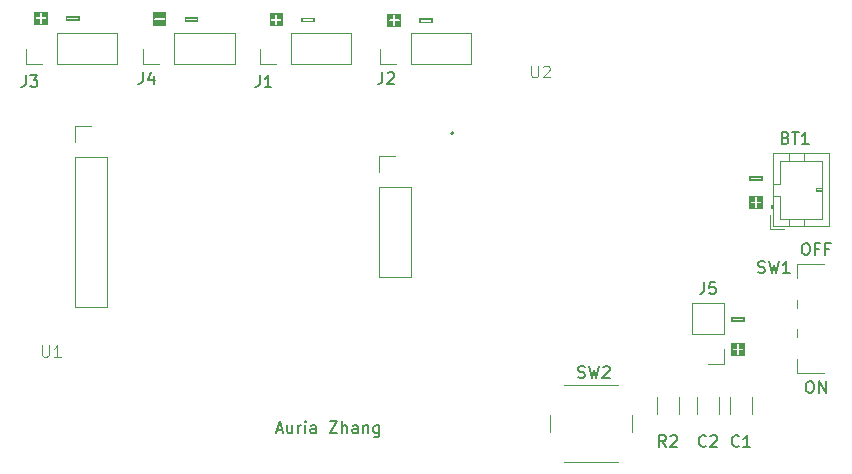
<source format=gbr>
%TF.GenerationSoftware,KiCad,Pcbnew,8.0.8*%
%TF.CreationDate,2025-02-27T22:48:28-08:00*%
%TF.ProjectId,SmartLitterBoxSensor,536d6172-744c-4697-9474-6572426f7853,rev?*%
%TF.SameCoordinates,Original*%
%TF.FileFunction,Legend,Top*%
%TF.FilePolarity,Positive*%
%FSLAX46Y46*%
G04 Gerber Fmt 4.6, Leading zero omitted, Abs format (unit mm)*
G04 Created by KiCad (PCBNEW 8.0.8) date 2025-02-27 22:48:28*
%MOMM*%
%LPD*%
G01*
G04 APERTURE LIST*
%ADD10C,0.150000*%
%ADD11C,0.200000*%
%ADD12C,0.100000*%
%ADD13C,0.120000*%
G04 APERTURE END LIST*
D10*
G36*
X136887423Y-83087889D02*
G01*
X135756178Y-83087889D01*
X135756178Y-82507634D01*
X135867289Y-82507634D01*
X135867289Y-82536898D01*
X135878488Y-82563934D01*
X135899180Y-82584626D01*
X135926216Y-82595825D01*
X135940848Y-82597266D01*
X136246800Y-82597266D01*
X136246800Y-82903219D01*
X136248241Y-82917851D01*
X136259440Y-82944887D01*
X136280132Y-82965579D01*
X136307168Y-82976778D01*
X136336432Y-82976778D01*
X136363468Y-82965579D01*
X136384160Y-82944887D01*
X136395359Y-82917851D01*
X136396800Y-82903219D01*
X136396800Y-82597266D01*
X136702753Y-82597266D01*
X136717385Y-82595825D01*
X136744421Y-82584626D01*
X136765113Y-82563934D01*
X136776312Y-82536898D01*
X136776312Y-82507634D01*
X136765113Y-82480598D01*
X136744421Y-82459906D01*
X136717385Y-82448707D01*
X136702753Y-82447266D01*
X136396800Y-82447266D01*
X136396800Y-82141314D01*
X136395359Y-82126682D01*
X136384160Y-82099646D01*
X136363468Y-82078954D01*
X136336432Y-82067755D01*
X136307168Y-82067755D01*
X136280132Y-82078954D01*
X136259440Y-82099646D01*
X136248241Y-82126682D01*
X136246800Y-82141314D01*
X136246800Y-82447266D01*
X135940848Y-82447266D01*
X135926216Y-82448707D01*
X135899180Y-82459906D01*
X135878488Y-82480598D01*
X135867289Y-82507634D01*
X135756178Y-82507634D01*
X135756178Y-81956644D01*
X136887423Y-81956644D01*
X136887423Y-83087889D01*
G37*
G36*
X169475623Y-82911577D02*
G01*
X168344378Y-82911577D01*
X168344378Y-82710834D01*
X168455489Y-82710834D01*
X168455489Y-82740098D01*
X168466688Y-82767134D01*
X168487380Y-82787826D01*
X168514416Y-82799025D01*
X168529048Y-82800466D01*
X169290953Y-82800466D01*
X169305585Y-82799025D01*
X169332621Y-82787826D01*
X169353313Y-82767134D01*
X169364512Y-82740098D01*
X169364512Y-82710834D01*
X169353313Y-82683798D01*
X169332621Y-82663106D01*
X169305585Y-82651907D01*
X169290953Y-82650466D01*
X168529048Y-82650466D01*
X168514416Y-82651907D01*
X168487380Y-82663106D01*
X168466688Y-82683798D01*
X168455489Y-82710834D01*
X168344378Y-82710834D01*
X168344378Y-82539355D01*
X169475623Y-82539355D01*
X169475623Y-82911577D01*
G37*
X200977619Y-101562819D02*
X201168095Y-101562819D01*
X201168095Y-101562819D02*
X201263333Y-101610438D01*
X201263333Y-101610438D02*
X201358571Y-101705676D01*
X201358571Y-101705676D02*
X201406190Y-101896152D01*
X201406190Y-101896152D02*
X201406190Y-102229485D01*
X201406190Y-102229485D02*
X201358571Y-102419961D01*
X201358571Y-102419961D02*
X201263333Y-102515200D01*
X201263333Y-102515200D02*
X201168095Y-102562819D01*
X201168095Y-102562819D02*
X200977619Y-102562819D01*
X200977619Y-102562819D02*
X200882381Y-102515200D01*
X200882381Y-102515200D02*
X200787143Y-102419961D01*
X200787143Y-102419961D02*
X200739524Y-102229485D01*
X200739524Y-102229485D02*
X200739524Y-101896152D01*
X200739524Y-101896152D02*
X200787143Y-101705676D01*
X200787143Y-101705676D02*
X200882381Y-101610438D01*
X200882381Y-101610438D02*
X200977619Y-101562819D01*
X202168095Y-102039009D02*
X201834762Y-102039009D01*
X201834762Y-102562819D02*
X201834762Y-101562819D01*
X201834762Y-101562819D02*
X202310952Y-101562819D01*
X203025238Y-102039009D02*
X202691905Y-102039009D01*
X202691905Y-102562819D02*
X202691905Y-101562819D01*
X202691905Y-101562819D02*
X203168095Y-101562819D01*
G36*
X149612823Y-82809977D02*
G01*
X148481578Y-82809977D01*
X148481578Y-82609234D01*
X148592689Y-82609234D01*
X148592689Y-82638498D01*
X148603888Y-82665534D01*
X148624580Y-82686226D01*
X148651616Y-82697425D01*
X148666248Y-82698866D01*
X149428153Y-82698866D01*
X149442785Y-82697425D01*
X149469821Y-82686226D01*
X149490513Y-82665534D01*
X149501712Y-82638498D01*
X149501712Y-82609234D01*
X149490513Y-82582198D01*
X149469821Y-82561506D01*
X149442785Y-82550307D01*
X149428153Y-82548866D01*
X148666248Y-82548866D01*
X148651616Y-82550307D01*
X148624580Y-82561506D01*
X148603888Y-82582198D01*
X148592689Y-82609234D01*
X148481578Y-82609234D01*
X148481578Y-82437755D01*
X149612823Y-82437755D01*
X149612823Y-82809977D01*
G37*
G36*
X156801023Y-83214889D02*
G01*
X155669778Y-83214889D01*
X155669778Y-82634634D01*
X155780889Y-82634634D01*
X155780889Y-82663898D01*
X155792088Y-82690934D01*
X155812780Y-82711626D01*
X155839816Y-82722825D01*
X155854448Y-82724266D01*
X156160400Y-82724266D01*
X156160400Y-83030219D01*
X156161841Y-83044851D01*
X156173040Y-83071887D01*
X156193732Y-83092579D01*
X156220768Y-83103778D01*
X156250032Y-83103778D01*
X156277068Y-83092579D01*
X156297760Y-83071887D01*
X156308959Y-83044851D01*
X156310400Y-83030219D01*
X156310400Y-82724266D01*
X156616353Y-82724266D01*
X156630985Y-82722825D01*
X156658021Y-82711626D01*
X156678713Y-82690934D01*
X156689912Y-82663898D01*
X156689912Y-82634634D01*
X156678713Y-82607598D01*
X156658021Y-82586906D01*
X156630985Y-82575707D01*
X156616353Y-82574266D01*
X156310400Y-82574266D01*
X156310400Y-82268314D01*
X156308959Y-82253682D01*
X156297760Y-82226646D01*
X156277068Y-82205954D01*
X156250032Y-82194755D01*
X156220768Y-82194755D01*
X156193732Y-82205954D01*
X156173040Y-82226646D01*
X156161841Y-82253682D01*
X156160400Y-82268314D01*
X156160400Y-82574266D01*
X155854448Y-82574266D01*
X155839816Y-82575707D01*
X155812780Y-82586906D01*
X155792088Y-82607598D01*
X155780889Y-82634634D01*
X155669778Y-82634634D01*
X155669778Y-82083644D01*
X156801023Y-82083644D01*
X156801023Y-83214889D01*
G37*
G36*
X197415623Y-98683489D02*
G01*
X196284378Y-98683489D01*
X196284378Y-98103234D01*
X196395489Y-98103234D01*
X196395489Y-98132498D01*
X196406688Y-98159534D01*
X196427380Y-98180226D01*
X196454416Y-98191425D01*
X196469048Y-98192866D01*
X196775000Y-98192866D01*
X196775000Y-98498819D01*
X196776441Y-98513451D01*
X196787640Y-98540487D01*
X196808332Y-98561179D01*
X196835368Y-98572378D01*
X196864632Y-98572378D01*
X196891668Y-98561179D01*
X196912360Y-98540487D01*
X196923559Y-98513451D01*
X196925000Y-98498819D01*
X196925000Y-98192866D01*
X197230953Y-98192866D01*
X197245585Y-98191425D01*
X197272621Y-98180226D01*
X197293313Y-98159534D01*
X197304512Y-98132498D01*
X197304512Y-98103234D01*
X197293313Y-98076198D01*
X197272621Y-98055506D01*
X197245585Y-98044307D01*
X197230953Y-98042866D01*
X196925000Y-98042866D01*
X196925000Y-97736914D01*
X196923559Y-97722282D01*
X196912360Y-97695246D01*
X196891668Y-97674554D01*
X196864632Y-97663355D01*
X196835368Y-97663355D01*
X196808332Y-97674554D01*
X196787640Y-97695246D01*
X196776441Y-97722282D01*
X196775000Y-97736914D01*
X196775000Y-98042866D01*
X196469048Y-98042866D01*
X196454416Y-98044307D01*
X196427380Y-98055506D01*
X196406688Y-98076198D01*
X196395489Y-98103234D01*
X196284378Y-98103234D01*
X196284378Y-97552244D01*
X197415623Y-97552244D01*
X197415623Y-98683489D01*
G37*
G36*
X195891623Y-111129489D02*
G01*
X194760378Y-111129489D01*
X194760378Y-110549234D01*
X194871489Y-110549234D01*
X194871489Y-110578498D01*
X194882688Y-110605534D01*
X194903380Y-110626226D01*
X194930416Y-110637425D01*
X194945048Y-110638866D01*
X195251000Y-110638866D01*
X195251000Y-110944819D01*
X195252441Y-110959451D01*
X195263640Y-110986487D01*
X195284332Y-111007179D01*
X195311368Y-111018378D01*
X195340632Y-111018378D01*
X195367668Y-111007179D01*
X195388360Y-110986487D01*
X195399559Y-110959451D01*
X195401000Y-110944819D01*
X195401000Y-110638866D01*
X195706953Y-110638866D01*
X195721585Y-110637425D01*
X195748621Y-110626226D01*
X195769313Y-110605534D01*
X195780512Y-110578498D01*
X195780512Y-110549234D01*
X195769313Y-110522198D01*
X195748621Y-110501506D01*
X195721585Y-110490307D01*
X195706953Y-110488866D01*
X195401000Y-110488866D01*
X195401000Y-110182914D01*
X195399559Y-110168282D01*
X195388360Y-110141246D01*
X195367668Y-110120554D01*
X195340632Y-110109355D01*
X195311368Y-110109355D01*
X195284332Y-110120554D01*
X195263640Y-110141246D01*
X195252441Y-110168282D01*
X195251000Y-110182914D01*
X195251000Y-110488866D01*
X194945048Y-110488866D01*
X194930416Y-110490307D01*
X194903380Y-110501506D01*
X194882688Y-110522198D01*
X194871489Y-110549234D01*
X194760378Y-110549234D01*
X194760378Y-109998244D01*
X195891623Y-109998244D01*
X195891623Y-111129489D01*
G37*
X201310952Y-113246819D02*
X201501428Y-113246819D01*
X201501428Y-113246819D02*
X201596666Y-113294438D01*
X201596666Y-113294438D02*
X201691904Y-113389676D01*
X201691904Y-113389676D02*
X201739523Y-113580152D01*
X201739523Y-113580152D02*
X201739523Y-113913485D01*
X201739523Y-113913485D02*
X201691904Y-114103961D01*
X201691904Y-114103961D02*
X201596666Y-114199200D01*
X201596666Y-114199200D02*
X201501428Y-114246819D01*
X201501428Y-114246819D02*
X201310952Y-114246819D01*
X201310952Y-114246819D02*
X201215714Y-114199200D01*
X201215714Y-114199200D02*
X201120476Y-114103961D01*
X201120476Y-114103961D02*
X201072857Y-113913485D01*
X201072857Y-113913485D02*
X201072857Y-113580152D01*
X201072857Y-113580152D02*
X201120476Y-113389676D01*
X201120476Y-113389676D02*
X201215714Y-113294438D01*
X201215714Y-113294438D02*
X201310952Y-113246819D01*
X202168095Y-114246819D02*
X202168095Y-113246819D01*
X202168095Y-113246819D02*
X202739523Y-114246819D01*
X202739523Y-114246819D02*
X202739523Y-113246819D01*
G36*
X195891623Y-108209977D02*
G01*
X194760378Y-108209977D01*
X194760378Y-108009234D01*
X194871489Y-108009234D01*
X194871489Y-108038498D01*
X194882688Y-108065534D01*
X194903380Y-108086226D01*
X194930416Y-108097425D01*
X194945048Y-108098866D01*
X195706953Y-108098866D01*
X195721585Y-108097425D01*
X195748621Y-108086226D01*
X195769313Y-108065534D01*
X195780512Y-108038498D01*
X195780512Y-108009234D01*
X195769313Y-107982198D01*
X195748621Y-107961506D01*
X195721585Y-107950307D01*
X195706953Y-107948866D01*
X194945048Y-107948866D01*
X194930416Y-107950307D01*
X194903380Y-107961506D01*
X194882688Y-107982198D01*
X194871489Y-108009234D01*
X194760378Y-108009234D01*
X194760378Y-107837755D01*
X195891623Y-107837755D01*
X195891623Y-108209977D01*
G37*
G36*
X139579823Y-82733777D02*
G01*
X138448578Y-82733777D01*
X138448578Y-82533034D01*
X138559689Y-82533034D01*
X138559689Y-82562298D01*
X138570888Y-82589334D01*
X138591580Y-82610026D01*
X138618616Y-82621225D01*
X138633248Y-82622666D01*
X139395153Y-82622666D01*
X139409785Y-82621225D01*
X139436821Y-82610026D01*
X139457513Y-82589334D01*
X139468712Y-82562298D01*
X139468712Y-82533034D01*
X139457513Y-82505998D01*
X139436821Y-82485306D01*
X139409785Y-82474107D01*
X139395153Y-82472666D01*
X138633248Y-82472666D01*
X138618616Y-82474107D01*
X138591580Y-82485306D01*
X138570888Y-82505998D01*
X138559689Y-82533034D01*
X138448578Y-82533034D01*
X138448578Y-82361555D01*
X139579823Y-82361555D01*
X139579823Y-82733777D01*
G37*
G36*
X159493423Y-82860777D02*
G01*
X158362178Y-82860777D01*
X158362178Y-82660034D01*
X158473289Y-82660034D01*
X158473289Y-82689298D01*
X158484488Y-82716334D01*
X158505180Y-82737026D01*
X158532216Y-82748225D01*
X158546848Y-82749666D01*
X159308753Y-82749666D01*
X159323385Y-82748225D01*
X159350421Y-82737026D01*
X159371113Y-82716334D01*
X159382312Y-82689298D01*
X159382312Y-82660034D01*
X159371113Y-82632998D01*
X159350421Y-82612306D01*
X159323385Y-82601107D01*
X159308753Y-82599666D01*
X158546848Y-82599666D01*
X158532216Y-82601107D01*
X158505180Y-82612306D01*
X158484488Y-82632998D01*
X158473289Y-82660034D01*
X158362178Y-82660034D01*
X158362178Y-82488555D01*
X159493423Y-82488555D01*
X159493423Y-82860777D01*
G37*
G36*
X166783223Y-83265689D02*
G01*
X165651978Y-83265689D01*
X165651978Y-82685434D01*
X165763089Y-82685434D01*
X165763089Y-82714698D01*
X165774288Y-82741734D01*
X165794980Y-82762426D01*
X165822016Y-82773625D01*
X165836648Y-82775066D01*
X166142600Y-82775066D01*
X166142600Y-83081019D01*
X166144041Y-83095651D01*
X166155240Y-83122687D01*
X166175932Y-83143379D01*
X166202968Y-83154578D01*
X166232232Y-83154578D01*
X166259268Y-83143379D01*
X166279960Y-83122687D01*
X166291159Y-83095651D01*
X166292600Y-83081019D01*
X166292600Y-82775066D01*
X166598553Y-82775066D01*
X166613185Y-82773625D01*
X166640221Y-82762426D01*
X166660913Y-82741734D01*
X166672112Y-82714698D01*
X166672112Y-82685434D01*
X166660913Y-82658398D01*
X166640221Y-82637706D01*
X166613185Y-82626507D01*
X166598553Y-82625066D01*
X166292600Y-82625066D01*
X166292600Y-82319114D01*
X166291159Y-82304482D01*
X166279960Y-82277446D01*
X166259268Y-82256754D01*
X166232232Y-82245555D01*
X166202968Y-82245555D01*
X166175932Y-82256754D01*
X166155240Y-82277446D01*
X166144041Y-82304482D01*
X166142600Y-82319114D01*
X166142600Y-82625066D01*
X165836648Y-82625066D01*
X165822016Y-82626507D01*
X165794980Y-82637706D01*
X165774288Y-82658398D01*
X165763089Y-82685434D01*
X165651978Y-82685434D01*
X165651978Y-82134444D01*
X166783223Y-82134444D01*
X166783223Y-83265689D01*
G37*
D11*
X156272457Y-117362104D02*
X156748647Y-117362104D01*
X156177219Y-117647819D02*
X156510552Y-116647819D01*
X156510552Y-116647819D02*
X156843885Y-117647819D01*
X157605790Y-116981152D02*
X157605790Y-117647819D01*
X157177219Y-116981152D02*
X157177219Y-117504961D01*
X157177219Y-117504961D02*
X157224838Y-117600200D01*
X157224838Y-117600200D02*
X157320076Y-117647819D01*
X157320076Y-117647819D02*
X157462933Y-117647819D01*
X157462933Y-117647819D02*
X157558171Y-117600200D01*
X157558171Y-117600200D02*
X157605790Y-117552580D01*
X158081981Y-117647819D02*
X158081981Y-116981152D01*
X158081981Y-117171628D02*
X158129600Y-117076390D01*
X158129600Y-117076390D02*
X158177219Y-117028771D01*
X158177219Y-117028771D02*
X158272457Y-116981152D01*
X158272457Y-116981152D02*
X158367695Y-116981152D01*
X158701029Y-117647819D02*
X158701029Y-116981152D01*
X158701029Y-116647819D02*
X158653410Y-116695438D01*
X158653410Y-116695438D02*
X158701029Y-116743057D01*
X158701029Y-116743057D02*
X158748648Y-116695438D01*
X158748648Y-116695438D02*
X158701029Y-116647819D01*
X158701029Y-116647819D02*
X158701029Y-116743057D01*
X159605790Y-117647819D02*
X159605790Y-117124009D01*
X159605790Y-117124009D02*
X159558171Y-117028771D01*
X159558171Y-117028771D02*
X159462933Y-116981152D01*
X159462933Y-116981152D02*
X159272457Y-116981152D01*
X159272457Y-116981152D02*
X159177219Y-117028771D01*
X159605790Y-117600200D02*
X159510552Y-117647819D01*
X159510552Y-117647819D02*
X159272457Y-117647819D01*
X159272457Y-117647819D02*
X159177219Y-117600200D01*
X159177219Y-117600200D02*
X159129600Y-117504961D01*
X159129600Y-117504961D02*
X159129600Y-117409723D01*
X159129600Y-117409723D02*
X159177219Y-117314485D01*
X159177219Y-117314485D02*
X159272457Y-117266866D01*
X159272457Y-117266866D02*
X159510552Y-117266866D01*
X159510552Y-117266866D02*
X159605790Y-117219247D01*
X160748648Y-116647819D02*
X161415314Y-116647819D01*
X161415314Y-116647819D02*
X160748648Y-117647819D01*
X160748648Y-117647819D02*
X161415314Y-117647819D01*
X161796267Y-117647819D02*
X161796267Y-116647819D01*
X162224838Y-117647819D02*
X162224838Y-117124009D01*
X162224838Y-117124009D02*
X162177219Y-117028771D01*
X162177219Y-117028771D02*
X162081981Y-116981152D01*
X162081981Y-116981152D02*
X161939124Y-116981152D01*
X161939124Y-116981152D02*
X161843886Y-117028771D01*
X161843886Y-117028771D02*
X161796267Y-117076390D01*
X163129600Y-117647819D02*
X163129600Y-117124009D01*
X163129600Y-117124009D02*
X163081981Y-117028771D01*
X163081981Y-117028771D02*
X162986743Y-116981152D01*
X162986743Y-116981152D02*
X162796267Y-116981152D01*
X162796267Y-116981152D02*
X162701029Y-117028771D01*
X163129600Y-117600200D02*
X163034362Y-117647819D01*
X163034362Y-117647819D02*
X162796267Y-117647819D01*
X162796267Y-117647819D02*
X162701029Y-117600200D01*
X162701029Y-117600200D02*
X162653410Y-117504961D01*
X162653410Y-117504961D02*
X162653410Y-117409723D01*
X162653410Y-117409723D02*
X162701029Y-117314485D01*
X162701029Y-117314485D02*
X162796267Y-117266866D01*
X162796267Y-117266866D02*
X163034362Y-117266866D01*
X163034362Y-117266866D02*
X163129600Y-117219247D01*
X163605791Y-116981152D02*
X163605791Y-117647819D01*
X163605791Y-117076390D02*
X163653410Y-117028771D01*
X163653410Y-117028771D02*
X163748648Y-116981152D01*
X163748648Y-116981152D02*
X163891505Y-116981152D01*
X163891505Y-116981152D02*
X163986743Y-117028771D01*
X163986743Y-117028771D02*
X164034362Y-117124009D01*
X164034362Y-117124009D02*
X164034362Y-117647819D01*
X164939124Y-116981152D02*
X164939124Y-117790676D01*
X164939124Y-117790676D02*
X164891505Y-117885914D01*
X164891505Y-117885914D02*
X164843886Y-117933533D01*
X164843886Y-117933533D02*
X164748648Y-117981152D01*
X164748648Y-117981152D02*
X164605791Y-117981152D01*
X164605791Y-117981152D02*
X164510553Y-117933533D01*
X164939124Y-117600200D02*
X164843886Y-117647819D01*
X164843886Y-117647819D02*
X164653410Y-117647819D01*
X164653410Y-117647819D02*
X164558172Y-117600200D01*
X164558172Y-117600200D02*
X164510553Y-117552580D01*
X164510553Y-117552580D02*
X164462934Y-117457342D01*
X164462934Y-117457342D02*
X164462934Y-117171628D01*
X164462934Y-117171628D02*
X164510553Y-117076390D01*
X164510553Y-117076390D02*
X164558172Y-117028771D01*
X164558172Y-117028771D02*
X164653410Y-116981152D01*
X164653410Y-116981152D02*
X164843886Y-116981152D01*
X164843886Y-116981152D02*
X164939124Y-117028771D01*
D10*
G36*
X146920423Y-83164089D02*
G01*
X145789178Y-83164089D01*
X145789178Y-82583834D01*
X145900289Y-82583834D01*
X145900289Y-82613098D01*
X145911488Y-82640134D01*
X145932180Y-82660826D01*
X145959216Y-82672025D01*
X145973848Y-82673466D01*
X146279800Y-82673466D01*
X146279800Y-82979419D01*
X146281241Y-82994051D01*
X146292440Y-83021087D01*
X146313132Y-83041779D01*
X146340168Y-83052978D01*
X146369432Y-83052978D01*
X146396468Y-83041779D01*
X146417160Y-83021087D01*
X146428359Y-82994051D01*
X146429800Y-82979419D01*
X146429800Y-82673466D01*
X146735753Y-82673466D01*
X146750385Y-82672025D01*
X146777421Y-82660826D01*
X146798113Y-82640134D01*
X146809312Y-82613098D01*
X146809312Y-82583834D01*
X146798113Y-82556798D01*
X146777421Y-82536106D01*
X146750385Y-82524907D01*
X146735753Y-82523466D01*
X146429800Y-82523466D01*
X146429800Y-82217514D01*
X146428359Y-82202882D01*
X146417160Y-82175846D01*
X146396468Y-82155154D01*
X146369432Y-82143955D01*
X146340168Y-82143955D01*
X146313132Y-82155154D01*
X146292440Y-82175846D01*
X146281241Y-82202882D01*
X146279800Y-82217514D01*
X146279800Y-82523466D01*
X145973848Y-82523466D01*
X145959216Y-82524907D01*
X145932180Y-82536106D01*
X145911488Y-82556798D01*
X145900289Y-82583834D01*
X145789178Y-82583834D01*
X145789178Y-82032844D01*
X146920423Y-82032844D01*
X146920423Y-83164089D01*
G37*
G36*
X197415623Y-96271977D02*
G01*
X196284378Y-96271977D01*
X196284378Y-96071234D01*
X196395489Y-96071234D01*
X196395489Y-96100498D01*
X196406688Y-96127534D01*
X196427380Y-96148226D01*
X196454416Y-96159425D01*
X196469048Y-96160866D01*
X197230953Y-96160866D01*
X197245585Y-96159425D01*
X197272621Y-96148226D01*
X197293313Y-96127534D01*
X197304512Y-96100498D01*
X197304512Y-96071234D01*
X197293313Y-96044198D01*
X197272621Y-96023506D01*
X197245585Y-96012307D01*
X197230953Y-96010866D01*
X196469048Y-96010866D01*
X196454416Y-96012307D01*
X196427380Y-96023506D01*
X196406688Y-96044198D01*
X196395489Y-96071234D01*
X196284378Y-96071234D01*
X196284378Y-95899755D01*
X197415623Y-95899755D01*
X197415623Y-96271977D01*
G37*
X197040667Y-104039200D02*
X197183524Y-104086819D01*
X197183524Y-104086819D02*
X197421619Y-104086819D01*
X197421619Y-104086819D02*
X197516857Y-104039200D01*
X197516857Y-104039200D02*
X197564476Y-103991580D01*
X197564476Y-103991580D02*
X197612095Y-103896342D01*
X197612095Y-103896342D02*
X197612095Y-103801104D01*
X197612095Y-103801104D02*
X197564476Y-103705866D01*
X197564476Y-103705866D02*
X197516857Y-103658247D01*
X197516857Y-103658247D02*
X197421619Y-103610628D01*
X197421619Y-103610628D02*
X197231143Y-103563009D01*
X197231143Y-103563009D02*
X197135905Y-103515390D01*
X197135905Y-103515390D02*
X197088286Y-103467771D01*
X197088286Y-103467771D02*
X197040667Y-103372533D01*
X197040667Y-103372533D02*
X197040667Y-103277295D01*
X197040667Y-103277295D02*
X197088286Y-103182057D01*
X197088286Y-103182057D02*
X197135905Y-103134438D01*
X197135905Y-103134438D02*
X197231143Y-103086819D01*
X197231143Y-103086819D02*
X197469238Y-103086819D01*
X197469238Y-103086819D02*
X197612095Y-103134438D01*
X197945429Y-103086819D02*
X198183524Y-104086819D01*
X198183524Y-104086819D02*
X198374000Y-103372533D01*
X198374000Y-103372533D02*
X198564476Y-104086819D01*
X198564476Y-104086819D02*
X198802572Y-103086819D01*
X199707333Y-104086819D02*
X199135905Y-104086819D01*
X199421619Y-104086819D02*
X199421619Y-103086819D01*
X199421619Y-103086819D02*
X199326381Y-103229676D01*
X199326381Y-103229676D02*
X199231143Y-103324914D01*
X199231143Y-103324914D02*
X199135905Y-103372533D01*
X192619333Y-118723580D02*
X192571714Y-118771200D01*
X192571714Y-118771200D02*
X192428857Y-118818819D01*
X192428857Y-118818819D02*
X192333619Y-118818819D01*
X192333619Y-118818819D02*
X192190762Y-118771200D01*
X192190762Y-118771200D02*
X192095524Y-118675961D01*
X192095524Y-118675961D02*
X192047905Y-118580723D01*
X192047905Y-118580723D02*
X192000286Y-118390247D01*
X192000286Y-118390247D02*
X192000286Y-118247390D01*
X192000286Y-118247390D02*
X192047905Y-118056914D01*
X192047905Y-118056914D02*
X192095524Y-117961676D01*
X192095524Y-117961676D02*
X192190762Y-117866438D01*
X192190762Y-117866438D02*
X192333619Y-117818819D01*
X192333619Y-117818819D02*
X192428857Y-117818819D01*
X192428857Y-117818819D02*
X192571714Y-117866438D01*
X192571714Y-117866438D02*
X192619333Y-117914057D01*
X193000286Y-117914057D02*
X193047905Y-117866438D01*
X193047905Y-117866438D02*
X193143143Y-117818819D01*
X193143143Y-117818819D02*
X193381238Y-117818819D01*
X193381238Y-117818819D02*
X193476476Y-117866438D01*
X193476476Y-117866438D02*
X193524095Y-117914057D01*
X193524095Y-117914057D02*
X193571714Y-118009295D01*
X193571714Y-118009295D02*
X193571714Y-118104533D01*
X193571714Y-118104533D02*
X193524095Y-118247390D01*
X193524095Y-118247390D02*
X192952667Y-118818819D01*
X192952667Y-118818819D02*
X193571714Y-118818819D01*
D12*
X177832095Y-86533419D02*
X177832095Y-87342942D01*
X177832095Y-87342942D02*
X177879714Y-87438180D01*
X177879714Y-87438180D02*
X177927333Y-87485800D01*
X177927333Y-87485800D02*
X178022571Y-87533419D01*
X178022571Y-87533419D02*
X178213047Y-87533419D01*
X178213047Y-87533419D02*
X178308285Y-87485800D01*
X178308285Y-87485800D02*
X178355904Y-87438180D01*
X178355904Y-87438180D02*
X178403523Y-87342942D01*
X178403523Y-87342942D02*
X178403523Y-86533419D01*
X178832095Y-86628657D02*
X178879714Y-86581038D01*
X178879714Y-86581038D02*
X178974952Y-86533419D01*
X178974952Y-86533419D02*
X179213047Y-86533419D01*
X179213047Y-86533419D02*
X179308285Y-86581038D01*
X179308285Y-86581038D02*
X179355904Y-86628657D01*
X179355904Y-86628657D02*
X179403523Y-86723895D01*
X179403523Y-86723895D02*
X179403523Y-86819133D01*
X179403523Y-86819133D02*
X179355904Y-86961990D01*
X179355904Y-86961990D02*
X178784476Y-87533419D01*
X178784476Y-87533419D02*
X179403523Y-87533419D01*
D10*
X144939666Y-87084819D02*
X144939666Y-87799104D01*
X144939666Y-87799104D02*
X144892047Y-87941961D01*
X144892047Y-87941961D02*
X144796809Y-88037200D01*
X144796809Y-88037200D02*
X144653952Y-88084819D01*
X144653952Y-88084819D02*
X144558714Y-88084819D01*
X145844428Y-87418152D02*
X145844428Y-88084819D01*
X145606333Y-87037200D02*
X145368238Y-87751485D01*
X145368238Y-87751485D02*
X145987285Y-87751485D01*
X181800667Y-112929200D02*
X181943524Y-112976819D01*
X181943524Y-112976819D02*
X182181619Y-112976819D01*
X182181619Y-112976819D02*
X182276857Y-112929200D01*
X182276857Y-112929200D02*
X182324476Y-112881580D01*
X182324476Y-112881580D02*
X182372095Y-112786342D01*
X182372095Y-112786342D02*
X182372095Y-112691104D01*
X182372095Y-112691104D02*
X182324476Y-112595866D01*
X182324476Y-112595866D02*
X182276857Y-112548247D01*
X182276857Y-112548247D02*
X182181619Y-112500628D01*
X182181619Y-112500628D02*
X181991143Y-112453009D01*
X181991143Y-112453009D02*
X181895905Y-112405390D01*
X181895905Y-112405390D02*
X181848286Y-112357771D01*
X181848286Y-112357771D02*
X181800667Y-112262533D01*
X181800667Y-112262533D02*
X181800667Y-112167295D01*
X181800667Y-112167295D02*
X181848286Y-112072057D01*
X181848286Y-112072057D02*
X181895905Y-112024438D01*
X181895905Y-112024438D02*
X181991143Y-111976819D01*
X181991143Y-111976819D02*
X182229238Y-111976819D01*
X182229238Y-111976819D02*
X182372095Y-112024438D01*
X182705429Y-111976819D02*
X182943524Y-112976819D01*
X182943524Y-112976819D02*
X183134000Y-112262533D01*
X183134000Y-112262533D02*
X183324476Y-112976819D01*
X183324476Y-112976819D02*
X183562572Y-111976819D01*
X183895905Y-112072057D02*
X183943524Y-112024438D01*
X183943524Y-112024438D02*
X184038762Y-111976819D01*
X184038762Y-111976819D02*
X184276857Y-111976819D01*
X184276857Y-111976819D02*
X184372095Y-112024438D01*
X184372095Y-112024438D02*
X184419714Y-112072057D01*
X184419714Y-112072057D02*
X184467333Y-112167295D01*
X184467333Y-112167295D02*
X184467333Y-112262533D01*
X184467333Y-112262533D02*
X184419714Y-112405390D01*
X184419714Y-112405390D02*
X183848286Y-112976819D01*
X183848286Y-112976819D02*
X184467333Y-112976819D01*
X154830666Y-87338819D02*
X154830666Y-88053104D01*
X154830666Y-88053104D02*
X154783047Y-88195961D01*
X154783047Y-88195961D02*
X154687809Y-88291200D01*
X154687809Y-88291200D02*
X154544952Y-88338819D01*
X154544952Y-88338819D02*
X154449714Y-88338819D01*
X155830666Y-88338819D02*
X155259238Y-88338819D01*
X155544952Y-88338819D02*
X155544952Y-87338819D01*
X155544952Y-87338819D02*
X155449714Y-87481676D01*
X155449714Y-87481676D02*
X155354476Y-87576914D01*
X155354476Y-87576914D02*
X155259238Y-87624533D01*
X135018666Y-87338819D02*
X135018666Y-88053104D01*
X135018666Y-88053104D02*
X134971047Y-88195961D01*
X134971047Y-88195961D02*
X134875809Y-88291200D01*
X134875809Y-88291200D02*
X134732952Y-88338819D01*
X134732952Y-88338819D02*
X134637714Y-88338819D01*
X135399619Y-87338819D02*
X136018666Y-87338819D01*
X136018666Y-87338819D02*
X135685333Y-87719771D01*
X135685333Y-87719771D02*
X135828190Y-87719771D01*
X135828190Y-87719771D02*
X135923428Y-87767390D01*
X135923428Y-87767390D02*
X135971047Y-87815009D01*
X135971047Y-87815009D02*
X136018666Y-87910247D01*
X136018666Y-87910247D02*
X136018666Y-88148342D01*
X136018666Y-88148342D02*
X135971047Y-88243580D01*
X135971047Y-88243580D02*
X135923428Y-88291200D01*
X135923428Y-88291200D02*
X135828190Y-88338819D01*
X135828190Y-88338819D02*
X135542476Y-88338819D01*
X135542476Y-88338819D02*
X135447238Y-88291200D01*
X135447238Y-88291200D02*
X135399619Y-88243580D01*
X199366285Y-92641009D02*
X199509142Y-92688628D01*
X199509142Y-92688628D02*
X199556761Y-92736247D01*
X199556761Y-92736247D02*
X199604380Y-92831485D01*
X199604380Y-92831485D02*
X199604380Y-92974342D01*
X199604380Y-92974342D02*
X199556761Y-93069580D01*
X199556761Y-93069580D02*
X199509142Y-93117200D01*
X199509142Y-93117200D02*
X199413904Y-93164819D01*
X199413904Y-93164819D02*
X199032952Y-93164819D01*
X199032952Y-93164819D02*
X199032952Y-92164819D01*
X199032952Y-92164819D02*
X199366285Y-92164819D01*
X199366285Y-92164819D02*
X199461523Y-92212438D01*
X199461523Y-92212438D02*
X199509142Y-92260057D01*
X199509142Y-92260057D02*
X199556761Y-92355295D01*
X199556761Y-92355295D02*
X199556761Y-92450533D01*
X199556761Y-92450533D02*
X199509142Y-92545771D01*
X199509142Y-92545771D02*
X199461523Y-92593390D01*
X199461523Y-92593390D02*
X199366285Y-92641009D01*
X199366285Y-92641009D02*
X199032952Y-92641009D01*
X199890095Y-92164819D02*
X200461523Y-92164819D01*
X200175809Y-93164819D02*
X200175809Y-92164819D01*
X201318666Y-93164819D02*
X200747238Y-93164819D01*
X201032952Y-93164819D02*
X201032952Y-92164819D01*
X201032952Y-92164819D02*
X200937714Y-92307676D01*
X200937714Y-92307676D02*
X200842476Y-92402914D01*
X200842476Y-92402914D02*
X200747238Y-92450533D01*
X192452666Y-104864819D02*
X192452666Y-105579104D01*
X192452666Y-105579104D02*
X192405047Y-105721961D01*
X192405047Y-105721961D02*
X192309809Y-105817200D01*
X192309809Y-105817200D02*
X192166952Y-105864819D01*
X192166952Y-105864819D02*
X192071714Y-105864819D01*
X193405047Y-104864819D02*
X192928857Y-104864819D01*
X192928857Y-104864819D02*
X192881238Y-105341009D01*
X192881238Y-105341009D02*
X192928857Y-105293390D01*
X192928857Y-105293390D02*
X193024095Y-105245771D01*
X193024095Y-105245771D02*
X193262190Y-105245771D01*
X193262190Y-105245771D02*
X193357428Y-105293390D01*
X193357428Y-105293390D02*
X193405047Y-105341009D01*
X193405047Y-105341009D02*
X193452666Y-105436247D01*
X193452666Y-105436247D02*
X193452666Y-105674342D01*
X193452666Y-105674342D02*
X193405047Y-105769580D01*
X193405047Y-105769580D02*
X193357428Y-105817200D01*
X193357428Y-105817200D02*
X193262190Y-105864819D01*
X193262190Y-105864819D02*
X193024095Y-105864819D01*
X193024095Y-105864819D02*
X192928857Y-105817200D01*
X192928857Y-105817200D02*
X192881238Y-105769580D01*
X189224333Y-118818819D02*
X188891000Y-118342628D01*
X188652905Y-118818819D02*
X188652905Y-117818819D01*
X188652905Y-117818819D02*
X189033857Y-117818819D01*
X189033857Y-117818819D02*
X189129095Y-117866438D01*
X189129095Y-117866438D02*
X189176714Y-117914057D01*
X189176714Y-117914057D02*
X189224333Y-118009295D01*
X189224333Y-118009295D02*
X189224333Y-118152152D01*
X189224333Y-118152152D02*
X189176714Y-118247390D01*
X189176714Y-118247390D02*
X189129095Y-118295009D01*
X189129095Y-118295009D02*
X189033857Y-118342628D01*
X189033857Y-118342628D02*
X188652905Y-118342628D01*
X189605286Y-117914057D02*
X189652905Y-117866438D01*
X189652905Y-117866438D02*
X189748143Y-117818819D01*
X189748143Y-117818819D02*
X189986238Y-117818819D01*
X189986238Y-117818819D02*
X190081476Y-117866438D01*
X190081476Y-117866438D02*
X190129095Y-117914057D01*
X190129095Y-117914057D02*
X190176714Y-118009295D01*
X190176714Y-118009295D02*
X190176714Y-118104533D01*
X190176714Y-118104533D02*
X190129095Y-118247390D01*
X190129095Y-118247390D02*
X189557667Y-118818819D01*
X189557667Y-118818819D02*
X190176714Y-118818819D01*
X165229666Y-87084819D02*
X165229666Y-87799104D01*
X165229666Y-87799104D02*
X165182047Y-87941961D01*
X165182047Y-87941961D02*
X165086809Y-88037200D01*
X165086809Y-88037200D02*
X164943952Y-88084819D01*
X164943952Y-88084819D02*
X164848714Y-88084819D01*
X165658238Y-87180057D02*
X165705857Y-87132438D01*
X165705857Y-87132438D02*
X165801095Y-87084819D01*
X165801095Y-87084819D02*
X166039190Y-87084819D01*
X166039190Y-87084819D02*
X166134428Y-87132438D01*
X166134428Y-87132438D02*
X166182047Y-87180057D01*
X166182047Y-87180057D02*
X166229666Y-87275295D01*
X166229666Y-87275295D02*
X166229666Y-87370533D01*
X166229666Y-87370533D02*
X166182047Y-87513390D01*
X166182047Y-87513390D02*
X165610619Y-88084819D01*
X165610619Y-88084819D02*
X166229666Y-88084819D01*
D12*
X136398095Y-110201419D02*
X136398095Y-111010942D01*
X136398095Y-111010942D02*
X136445714Y-111106180D01*
X136445714Y-111106180D02*
X136493333Y-111153800D01*
X136493333Y-111153800D02*
X136588571Y-111201419D01*
X136588571Y-111201419D02*
X136779047Y-111201419D01*
X136779047Y-111201419D02*
X136874285Y-111153800D01*
X136874285Y-111153800D02*
X136921904Y-111106180D01*
X136921904Y-111106180D02*
X136969523Y-111010942D01*
X136969523Y-111010942D02*
X136969523Y-110201419D01*
X137969523Y-111201419D02*
X137398095Y-111201419D01*
X137683809Y-111201419D02*
X137683809Y-110201419D01*
X137683809Y-110201419D02*
X137588571Y-110344276D01*
X137588571Y-110344276D02*
X137493333Y-110439514D01*
X137493333Y-110439514D02*
X137398095Y-110487133D01*
D10*
X195413333Y-118723580D02*
X195365714Y-118771200D01*
X195365714Y-118771200D02*
X195222857Y-118818819D01*
X195222857Y-118818819D02*
X195127619Y-118818819D01*
X195127619Y-118818819D02*
X194984762Y-118771200D01*
X194984762Y-118771200D02*
X194889524Y-118675961D01*
X194889524Y-118675961D02*
X194841905Y-118580723D01*
X194841905Y-118580723D02*
X194794286Y-118390247D01*
X194794286Y-118390247D02*
X194794286Y-118247390D01*
X194794286Y-118247390D02*
X194841905Y-118056914D01*
X194841905Y-118056914D02*
X194889524Y-117961676D01*
X194889524Y-117961676D02*
X194984762Y-117866438D01*
X194984762Y-117866438D02*
X195127619Y-117818819D01*
X195127619Y-117818819D02*
X195222857Y-117818819D01*
X195222857Y-117818819D02*
X195365714Y-117866438D01*
X195365714Y-117866438D02*
X195413333Y-117914057D01*
X196365714Y-118818819D02*
X195794286Y-118818819D01*
X196080000Y-118818819D02*
X196080000Y-117818819D01*
X196080000Y-117818819D02*
X195984762Y-117961676D01*
X195984762Y-117961676D02*
X195889524Y-118056914D01*
X195889524Y-118056914D02*
X195794286Y-118104533D01*
D13*
%TO.C,SW1*%
X200284000Y-103350000D02*
X202584000Y-103350000D01*
X200284000Y-104550000D02*
X200284000Y-103350000D01*
X200284000Y-106350000D02*
X200284000Y-107050000D01*
X200284000Y-108850000D02*
X200284000Y-109550000D01*
X200284000Y-112550000D02*
X200284000Y-111350000D01*
X202584000Y-112550000D02*
X200284000Y-112550000D01*
%TO.C,C2*%
X191876000Y-114604748D02*
X191876000Y-116027252D01*
X193696000Y-114604748D02*
X193696000Y-116027252D01*
D11*
%TO.C,U2*%
X171254000Y-92265000D02*
G75*
G02*
X171054000Y-92265000I-100000J0D01*
G01*
X171054000Y-92265000D02*
G75*
G02*
X171254000Y-92265000I100000J0D01*
G01*
D13*
%TO.C,J4*%
X144974000Y-86420000D02*
X144974000Y-85090000D01*
X146304000Y-86420000D02*
X144974000Y-86420000D01*
X147574000Y-83760000D02*
X152714000Y-83760000D01*
X147574000Y-86420000D02*
X147574000Y-83760000D01*
X147574000Y-86420000D02*
X152714000Y-86420000D01*
X152714000Y-86420000D02*
X152714000Y-83760000D01*
%TO.C,SW2*%
X179380000Y-116090000D02*
X179380000Y-117590000D01*
X180630000Y-120090000D02*
X185130000Y-120090000D01*
X185130000Y-113590000D02*
X180630000Y-113590000D01*
X186380000Y-117590000D02*
X186380000Y-116090000D01*
%TO.C,J1*%
X154850000Y-86420000D02*
X154850000Y-85090000D01*
X156180000Y-86420000D02*
X154850000Y-86420000D01*
X157450000Y-83760000D02*
X162590000Y-83760000D01*
X157450000Y-86420000D02*
X157450000Y-83760000D01*
X157450000Y-86420000D02*
X162590000Y-86420000D01*
X162590000Y-86420000D02*
X162590000Y-83760000D01*
%TO.C,J3*%
X135053000Y-86420000D02*
X135053000Y-85090000D01*
X136383000Y-86420000D02*
X135053000Y-86420000D01*
X137653000Y-83760000D02*
X142793000Y-83760000D01*
X137653000Y-86420000D02*
X137653000Y-83760000D01*
X137653000Y-86420000D02*
X142793000Y-86420000D01*
X142793000Y-86420000D02*
X142793000Y-83760000D01*
%TO.C,BT1*%
X198000000Y-99138000D02*
X198000000Y-100388000D01*
X198000000Y-100388000D02*
X199250000Y-100388000D01*
X198100000Y-98328000D02*
X198100000Y-98628000D01*
X198100000Y-98628000D02*
X198300000Y-98628000D01*
X198200000Y-98328000D02*
X198200000Y-98628000D01*
X198300000Y-93968000D02*
X198300000Y-100088000D01*
X198300000Y-97528000D02*
X198910000Y-97528000D01*
X198300000Y-98328000D02*
X198100000Y-98328000D01*
X198300000Y-100088000D02*
X203020000Y-100088000D01*
X198910000Y-94578000D02*
X198910000Y-96528000D01*
X198910000Y-96528000D02*
X198300000Y-96528000D01*
X198910000Y-97528000D02*
X198910000Y-99478000D01*
X198910000Y-99478000D02*
X202410000Y-99478000D01*
X199610000Y-93968000D02*
X199610000Y-94578000D01*
X199610000Y-100088000D02*
X199610000Y-99478000D01*
X200910000Y-93968000D02*
X200910000Y-94578000D01*
X200910000Y-100088000D02*
X200910000Y-99478000D01*
X201910000Y-96928000D02*
X202410000Y-96928000D01*
X201910000Y-97128000D02*
X201910000Y-96928000D01*
X202410000Y-94578000D02*
X198910000Y-94578000D01*
X202410000Y-97028000D02*
X201910000Y-97028000D01*
X202410000Y-97128000D02*
X201910000Y-97128000D01*
X202410000Y-99478000D02*
X202410000Y-94578000D01*
X203020000Y-93968000D02*
X198300000Y-93968000D01*
X203020000Y-100088000D02*
X203020000Y-93968000D01*
%TO.C,J5*%
X191456000Y-109225000D02*
X191456000Y-106625000D01*
X194116000Y-106625000D02*
X191456000Y-106625000D01*
X194116000Y-109225000D02*
X191456000Y-109225000D01*
X194116000Y-109225000D02*
X194116000Y-106625000D01*
X194116000Y-110495000D02*
X194116000Y-111825000D01*
X194116000Y-111825000D02*
X192786000Y-111825000D01*
%TO.C,R2*%
X188481000Y-116010064D02*
X188481000Y-114555936D01*
X190301000Y-116010064D02*
X190301000Y-114555936D01*
%TO.C,J2*%
X165010000Y-86420000D02*
X165010000Y-85090000D01*
X166340000Y-86420000D02*
X165010000Y-86420000D01*
X167610000Y-83760000D02*
X172750000Y-83760000D01*
X167610000Y-86420000D02*
X167610000Y-83760000D01*
X167610000Y-86420000D02*
X172750000Y-86420000D01*
X172750000Y-86420000D02*
X172750000Y-83760000D01*
%TO.C,U1*%
X139216000Y-91634000D02*
X140546000Y-91634000D01*
X139216000Y-92964000D02*
X139216000Y-91634000D01*
X139216000Y-94234000D02*
X139216000Y-106994000D01*
X139216000Y-94234000D02*
X141876000Y-94234000D01*
X139216000Y-106994000D02*
X141876000Y-106994000D01*
X141876000Y-94234000D02*
X141876000Y-106994000D01*
X164956000Y-94174000D02*
X166286000Y-94174000D01*
X164956000Y-95504000D02*
X164956000Y-94174000D01*
X164956000Y-96774000D02*
X164956000Y-104454000D01*
X164956000Y-96774000D02*
X167616000Y-96774000D01*
X164956000Y-104454000D02*
X167616000Y-104454000D01*
X167616000Y-96774000D02*
X167616000Y-104454000D01*
%TO.C,C1*%
X194670000Y-114604748D02*
X194670000Y-116027252D01*
X196490000Y-114604748D02*
X196490000Y-116027252D01*
%TD*%
M02*

</source>
